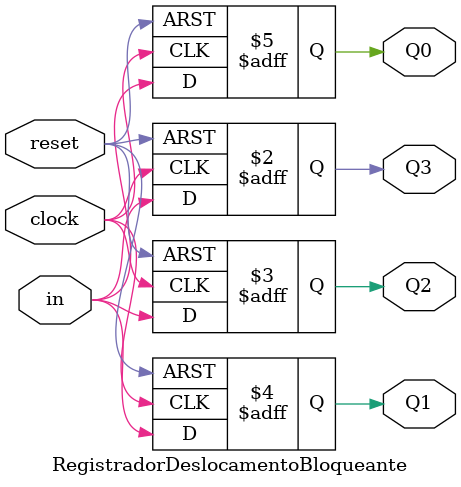
<source format=v>
/* RegistradorDeslocamentoBloqueante.v
	
Nomes: Diogo Emanuel, Guilherme Augusto, Luiz Eduardo
Data: 27/01/2022

Descricao do modulo:
Utiliza o modelo comportamental para criar um registrador de deslocamento de quatro bits, utilizando
o operador de atribuiÃ§Ã£o bloqueante.

Entradas:
in - Entrada de dados inicial
reset - Entrada de reset para zerar o registrador e reinicializar o deslocamento
clock - Entrada de clock para atualizar o registrador

Saidas:
Q0 - Saida do registrador n°1 
Q1 - Saida do registrador n°2 
Q2 - Saida do registrador n°3
Q3 - Saida do registrador n°4 
*/

module RegistradorDeslocamentoBloqueante(
  input in,
  input reset,
  input clock,

  output reg Q3,
  output reg Q2,
  output reg Q1,
  output reg Q0
);

always @(posedge clock or posedge reset) 
  begin
    if(reset) 
      begin
        Q3 = 0;
        Q2 = 0;
        Q1 = 0;
        Q0 = 0;
      end // if
    else 
      begin
        if (clock) 
          begin
            Q3 = in;
            Q2 = Q3;
            Q1 = Q2;
            Q0 = Q1;
          end // if
      end // end else
  end // always  

endmodule
</source>
